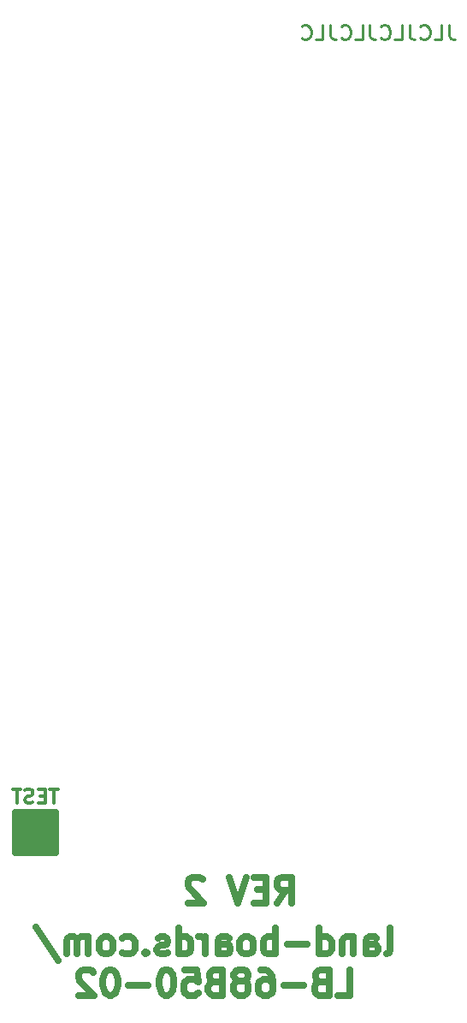
<source format=gbo>
G04 #@! TF.GenerationSoftware,KiCad,Pcbnew,8.0.4*
G04 #@! TF.CreationDate,2024-09-19T20:13:02-04:00*
G04 #@! TF.ProjectId,LB-68B50-02,4c422d36-3842-4353-902d-30322e6b6963,2*
G04 #@! TF.SameCoordinates,Original*
G04 #@! TF.FileFunction,Legend,Bot*
G04 #@! TF.FilePolarity,Positive*
%FSLAX46Y46*%
G04 Gerber Fmt 4.6, Leading zero omitted, Abs format (unit mm)*
G04 Created by KiCad (PCBNEW 8.0.4) date 2024-09-19 20:13:02*
%MOMM*%
%LPD*%
G01*
G04 APERTURE LIST*
%ADD10C,0.635000*%
%ADD11C,0.254000*%
%ADD12C,0.317500*%
%ADD13C,0.650000*%
G04 APERTURE END LIST*
D10*
X173457807Y-140321403D02*
X173699712Y-140200451D01*
X173699712Y-140200451D02*
X173820665Y-139958546D01*
X173820665Y-139958546D02*
X173820665Y-137781403D01*
X171401617Y-140321403D02*
X171401617Y-138990927D01*
X171401617Y-138990927D02*
X171522570Y-138749022D01*
X171522570Y-138749022D02*
X171764474Y-138628070D01*
X171764474Y-138628070D02*
X172248284Y-138628070D01*
X172248284Y-138628070D02*
X172490189Y-138749022D01*
X171401617Y-140200451D02*
X171643522Y-140321403D01*
X171643522Y-140321403D02*
X172248284Y-140321403D01*
X172248284Y-140321403D02*
X172490189Y-140200451D01*
X172490189Y-140200451D02*
X172611141Y-139958546D01*
X172611141Y-139958546D02*
X172611141Y-139716641D01*
X172611141Y-139716641D02*
X172490189Y-139474736D01*
X172490189Y-139474736D02*
X172248284Y-139353784D01*
X172248284Y-139353784D02*
X171643522Y-139353784D01*
X171643522Y-139353784D02*
X171401617Y-139232831D01*
X170192094Y-138628070D02*
X170192094Y-140321403D01*
X170192094Y-138869974D02*
X170071141Y-138749022D01*
X170071141Y-138749022D02*
X169829236Y-138628070D01*
X169829236Y-138628070D02*
X169466379Y-138628070D01*
X169466379Y-138628070D02*
X169224475Y-138749022D01*
X169224475Y-138749022D02*
X169103522Y-138990927D01*
X169103522Y-138990927D02*
X169103522Y-140321403D01*
X166805427Y-140321403D02*
X166805427Y-137781403D01*
X166805427Y-140200451D02*
X167047332Y-140321403D01*
X167047332Y-140321403D02*
X167531141Y-140321403D01*
X167531141Y-140321403D02*
X167773046Y-140200451D01*
X167773046Y-140200451D02*
X167893999Y-140079498D01*
X167893999Y-140079498D02*
X168014951Y-139837593D01*
X168014951Y-139837593D02*
X168014951Y-139111879D01*
X168014951Y-139111879D02*
X167893999Y-138869974D01*
X167893999Y-138869974D02*
X167773046Y-138749022D01*
X167773046Y-138749022D02*
X167531141Y-138628070D01*
X167531141Y-138628070D02*
X167047332Y-138628070D01*
X167047332Y-138628070D02*
X166805427Y-138749022D01*
X165595904Y-139353784D02*
X163660666Y-139353784D01*
X162451142Y-140321403D02*
X162451142Y-137781403D01*
X162451142Y-138749022D02*
X162209237Y-138628070D01*
X162209237Y-138628070D02*
X161725427Y-138628070D01*
X161725427Y-138628070D02*
X161483523Y-138749022D01*
X161483523Y-138749022D02*
X161362570Y-138869974D01*
X161362570Y-138869974D02*
X161241618Y-139111879D01*
X161241618Y-139111879D02*
X161241618Y-139837593D01*
X161241618Y-139837593D02*
X161362570Y-140079498D01*
X161362570Y-140079498D02*
X161483523Y-140200451D01*
X161483523Y-140200451D02*
X161725427Y-140321403D01*
X161725427Y-140321403D02*
X162209237Y-140321403D01*
X162209237Y-140321403D02*
X162451142Y-140200451D01*
X159790189Y-140321403D02*
X160032094Y-140200451D01*
X160032094Y-140200451D02*
X160153047Y-140079498D01*
X160153047Y-140079498D02*
X160273999Y-139837593D01*
X160273999Y-139837593D02*
X160273999Y-139111879D01*
X160273999Y-139111879D02*
X160153047Y-138869974D01*
X160153047Y-138869974D02*
X160032094Y-138749022D01*
X160032094Y-138749022D02*
X159790189Y-138628070D01*
X159790189Y-138628070D02*
X159427332Y-138628070D01*
X159427332Y-138628070D02*
X159185428Y-138749022D01*
X159185428Y-138749022D02*
X159064475Y-138869974D01*
X159064475Y-138869974D02*
X158943523Y-139111879D01*
X158943523Y-139111879D02*
X158943523Y-139837593D01*
X158943523Y-139837593D02*
X159064475Y-140079498D01*
X159064475Y-140079498D02*
X159185428Y-140200451D01*
X159185428Y-140200451D02*
X159427332Y-140321403D01*
X159427332Y-140321403D02*
X159790189Y-140321403D01*
X156766380Y-140321403D02*
X156766380Y-138990927D01*
X156766380Y-138990927D02*
X156887333Y-138749022D01*
X156887333Y-138749022D02*
X157129237Y-138628070D01*
X157129237Y-138628070D02*
X157613047Y-138628070D01*
X157613047Y-138628070D02*
X157854952Y-138749022D01*
X156766380Y-140200451D02*
X157008285Y-140321403D01*
X157008285Y-140321403D02*
X157613047Y-140321403D01*
X157613047Y-140321403D02*
X157854952Y-140200451D01*
X157854952Y-140200451D02*
X157975904Y-139958546D01*
X157975904Y-139958546D02*
X157975904Y-139716641D01*
X157975904Y-139716641D02*
X157854952Y-139474736D01*
X157854952Y-139474736D02*
X157613047Y-139353784D01*
X157613047Y-139353784D02*
X157008285Y-139353784D01*
X157008285Y-139353784D02*
X156766380Y-139232831D01*
X155556857Y-140321403D02*
X155556857Y-138628070D01*
X155556857Y-139111879D02*
X155435904Y-138869974D01*
X155435904Y-138869974D02*
X155314952Y-138749022D01*
X155314952Y-138749022D02*
X155073047Y-138628070D01*
X155073047Y-138628070D02*
X154831142Y-138628070D01*
X152895904Y-140321403D02*
X152895904Y-137781403D01*
X152895904Y-140200451D02*
X153137809Y-140321403D01*
X153137809Y-140321403D02*
X153621618Y-140321403D01*
X153621618Y-140321403D02*
X153863523Y-140200451D01*
X153863523Y-140200451D02*
X153984476Y-140079498D01*
X153984476Y-140079498D02*
X154105428Y-139837593D01*
X154105428Y-139837593D02*
X154105428Y-139111879D01*
X154105428Y-139111879D02*
X153984476Y-138869974D01*
X153984476Y-138869974D02*
X153863523Y-138749022D01*
X153863523Y-138749022D02*
X153621618Y-138628070D01*
X153621618Y-138628070D02*
X153137809Y-138628070D01*
X153137809Y-138628070D02*
X152895904Y-138749022D01*
X151807333Y-140200451D02*
X151565428Y-140321403D01*
X151565428Y-140321403D02*
X151081619Y-140321403D01*
X151081619Y-140321403D02*
X150839714Y-140200451D01*
X150839714Y-140200451D02*
X150718762Y-139958546D01*
X150718762Y-139958546D02*
X150718762Y-139837593D01*
X150718762Y-139837593D02*
X150839714Y-139595689D01*
X150839714Y-139595689D02*
X151081619Y-139474736D01*
X151081619Y-139474736D02*
X151444476Y-139474736D01*
X151444476Y-139474736D02*
X151686381Y-139353784D01*
X151686381Y-139353784D02*
X151807333Y-139111879D01*
X151807333Y-139111879D02*
X151807333Y-138990927D01*
X151807333Y-138990927D02*
X151686381Y-138749022D01*
X151686381Y-138749022D02*
X151444476Y-138628070D01*
X151444476Y-138628070D02*
X151081619Y-138628070D01*
X151081619Y-138628070D02*
X150839714Y-138749022D01*
X149630191Y-140079498D02*
X149509238Y-140200451D01*
X149509238Y-140200451D02*
X149630191Y-140321403D01*
X149630191Y-140321403D02*
X149751143Y-140200451D01*
X149751143Y-140200451D02*
X149630191Y-140079498D01*
X149630191Y-140079498D02*
X149630191Y-140321403D01*
X147332095Y-140200451D02*
X147574000Y-140321403D01*
X147574000Y-140321403D02*
X148057809Y-140321403D01*
X148057809Y-140321403D02*
X148299714Y-140200451D01*
X148299714Y-140200451D02*
X148420667Y-140079498D01*
X148420667Y-140079498D02*
X148541619Y-139837593D01*
X148541619Y-139837593D02*
X148541619Y-139111879D01*
X148541619Y-139111879D02*
X148420667Y-138869974D01*
X148420667Y-138869974D02*
X148299714Y-138749022D01*
X148299714Y-138749022D02*
X148057809Y-138628070D01*
X148057809Y-138628070D02*
X147574000Y-138628070D01*
X147574000Y-138628070D02*
X147332095Y-138749022D01*
X145880666Y-140321403D02*
X146122571Y-140200451D01*
X146122571Y-140200451D02*
X146243524Y-140079498D01*
X146243524Y-140079498D02*
X146364476Y-139837593D01*
X146364476Y-139837593D02*
X146364476Y-139111879D01*
X146364476Y-139111879D02*
X146243524Y-138869974D01*
X146243524Y-138869974D02*
X146122571Y-138749022D01*
X146122571Y-138749022D02*
X145880666Y-138628070D01*
X145880666Y-138628070D02*
X145517809Y-138628070D01*
X145517809Y-138628070D02*
X145275905Y-138749022D01*
X145275905Y-138749022D02*
X145154952Y-138869974D01*
X145154952Y-138869974D02*
X145034000Y-139111879D01*
X145034000Y-139111879D02*
X145034000Y-139837593D01*
X145034000Y-139837593D02*
X145154952Y-140079498D01*
X145154952Y-140079498D02*
X145275905Y-140200451D01*
X145275905Y-140200451D02*
X145517809Y-140321403D01*
X145517809Y-140321403D02*
X145880666Y-140321403D01*
X143945429Y-140321403D02*
X143945429Y-138628070D01*
X143945429Y-138869974D02*
X143824476Y-138749022D01*
X143824476Y-138749022D02*
X143582571Y-138628070D01*
X143582571Y-138628070D02*
X143219714Y-138628070D01*
X143219714Y-138628070D02*
X142977810Y-138749022D01*
X142977810Y-138749022D02*
X142856857Y-138990927D01*
X142856857Y-138990927D02*
X142856857Y-140321403D01*
X142856857Y-138990927D02*
X142735905Y-138749022D01*
X142735905Y-138749022D02*
X142494000Y-138628070D01*
X142494000Y-138628070D02*
X142131143Y-138628070D01*
X142131143Y-138628070D02*
X141889238Y-138749022D01*
X141889238Y-138749022D02*
X141768286Y-138990927D01*
X141768286Y-138990927D02*
X141768286Y-140321403D01*
X138744476Y-137660451D02*
X140921619Y-140926165D01*
X168619715Y-144410661D02*
X169829239Y-144410661D01*
X169829239Y-144410661D02*
X169829239Y-141870661D01*
X166926382Y-143080185D02*
X166563525Y-143201137D01*
X166563525Y-143201137D02*
X166442572Y-143322089D01*
X166442572Y-143322089D02*
X166321620Y-143563994D01*
X166321620Y-143563994D02*
X166321620Y-143926851D01*
X166321620Y-143926851D02*
X166442572Y-144168756D01*
X166442572Y-144168756D02*
X166563525Y-144289709D01*
X166563525Y-144289709D02*
X166805430Y-144410661D01*
X166805430Y-144410661D02*
X167773049Y-144410661D01*
X167773049Y-144410661D02*
X167773049Y-141870661D01*
X167773049Y-141870661D02*
X166926382Y-141870661D01*
X166926382Y-141870661D02*
X166684477Y-141991613D01*
X166684477Y-141991613D02*
X166563525Y-142112566D01*
X166563525Y-142112566D02*
X166442572Y-142354470D01*
X166442572Y-142354470D02*
X166442572Y-142596375D01*
X166442572Y-142596375D02*
X166563525Y-142838280D01*
X166563525Y-142838280D02*
X166684477Y-142959232D01*
X166684477Y-142959232D02*
X166926382Y-143080185D01*
X166926382Y-143080185D02*
X167773049Y-143080185D01*
X165233049Y-143443042D02*
X163297811Y-143443042D01*
X160999715Y-141870661D02*
X161483525Y-141870661D01*
X161483525Y-141870661D02*
X161725429Y-141991613D01*
X161725429Y-141991613D02*
X161846382Y-142112566D01*
X161846382Y-142112566D02*
X162088287Y-142475423D01*
X162088287Y-142475423D02*
X162209239Y-142959232D01*
X162209239Y-142959232D02*
X162209239Y-143926851D01*
X162209239Y-143926851D02*
X162088287Y-144168756D01*
X162088287Y-144168756D02*
X161967334Y-144289709D01*
X161967334Y-144289709D02*
X161725429Y-144410661D01*
X161725429Y-144410661D02*
X161241620Y-144410661D01*
X161241620Y-144410661D02*
X160999715Y-144289709D01*
X160999715Y-144289709D02*
X160878763Y-144168756D01*
X160878763Y-144168756D02*
X160757810Y-143926851D01*
X160757810Y-143926851D02*
X160757810Y-143322089D01*
X160757810Y-143322089D02*
X160878763Y-143080185D01*
X160878763Y-143080185D02*
X160999715Y-142959232D01*
X160999715Y-142959232D02*
X161241620Y-142838280D01*
X161241620Y-142838280D02*
X161725429Y-142838280D01*
X161725429Y-142838280D02*
X161967334Y-142959232D01*
X161967334Y-142959232D02*
X162088287Y-143080185D01*
X162088287Y-143080185D02*
X162209239Y-143322089D01*
X159306381Y-142959232D02*
X159548286Y-142838280D01*
X159548286Y-142838280D02*
X159669239Y-142717328D01*
X159669239Y-142717328D02*
X159790191Y-142475423D01*
X159790191Y-142475423D02*
X159790191Y-142354470D01*
X159790191Y-142354470D02*
X159669239Y-142112566D01*
X159669239Y-142112566D02*
X159548286Y-141991613D01*
X159548286Y-141991613D02*
X159306381Y-141870661D01*
X159306381Y-141870661D02*
X158822572Y-141870661D01*
X158822572Y-141870661D02*
X158580667Y-141991613D01*
X158580667Y-141991613D02*
X158459715Y-142112566D01*
X158459715Y-142112566D02*
X158338762Y-142354470D01*
X158338762Y-142354470D02*
X158338762Y-142475423D01*
X158338762Y-142475423D02*
X158459715Y-142717328D01*
X158459715Y-142717328D02*
X158580667Y-142838280D01*
X158580667Y-142838280D02*
X158822572Y-142959232D01*
X158822572Y-142959232D02*
X159306381Y-142959232D01*
X159306381Y-142959232D02*
X159548286Y-143080185D01*
X159548286Y-143080185D02*
X159669239Y-143201137D01*
X159669239Y-143201137D02*
X159790191Y-143443042D01*
X159790191Y-143443042D02*
X159790191Y-143926851D01*
X159790191Y-143926851D02*
X159669239Y-144168756D01*
X159669239Y-144168756D02*
X159548286Y-144289709D01*
X159548286Y-144289709D02*
X159306381Y-144410661D01*
X159306381Y-144410661D02*
X158822572Y-144410661D01*
X158822572Y-144410661D02*
X158580667Y-144289709D01*
X158580667Y-144289709D02*
X158459715Y-144168756D01*
X158459715Y-144168756D02*
X158338762Y-143926851D01*
X158338762Y-143926851D02*
X158338762Y-143443042D01*
X158338762Y-143443042D02*
X158459715Y-143201137D01*
X158459715Y-143201137D02*
X158580667Y-143080185D01*
X158580667Y-143080185D02*
X158822572Y-142959232D01*
X156403524Y-143080185D02*
X156040667Y-143201137D01*
X156040667Y-143201137D02*
X155919714Y-143322089D01*
X155919714Y-143322089D02*
X155798762Y-143563994D01*
X155798762Y-143563994D02*
X155798762Y-143926851D01*
X155798762Y-143926851D02*
X155919714Y-144168756D01*
X155919714Y-144168756D02*
X156040667Y-144289709D01*
X156040667Y-144289709D02*
X156282572Y-144410661D01*
X156282572Y-144410661D02*
X157250191Y-144410661D01*
X157250191Y-144410661D02*
X157250191Y-141870661D01*
X157250191Y-141870661D02*
X156403524Y-141870661D01*
X156403524Y-141870661D02*
X156161619Y-141991613D01*
X156161619Y-141991613D02*
X156040667Y-142112566D01*
X156040667Y-142112566D02*
X155919714Y-142354470D01*
X155919714Y-142354470D02*
X155919714Y-142596375D01*
X155919714Y-142596375D02*
X156040667Y-142838280D01*
X156040667Y-142838280D02*
X156161619Y-142959232D01*
X156161619Y-142959232D02*
X156403524Y-143080185D01*
X156403524Y-143080185D02*
X157250191Y-143080185D01*
X153500667Y-141870661D02*
X154710191Y-141870661D01*
X154710191Y-141870661D02*
X154831143Y-143080185D01*
X154831143Y-143080185D02*
X154710191Y-142959232D01*
X154710191Y-142959232D02*
X154468286Y-142838280D01*
X154468286Y-142838280D02*
X153863524Y-142838280D01*
X153863524Y-142838280D02*
X153621619Y-142959232D01*
X153621619Y-142959232D02*
X153500667Y-143080185D01*
X153500667Y-143080185D02*
X153379714Y-143322089D01*
X153379714Y-143322089D02*
X153379714Y-143926851D01*
X153379714Y-143926851D02*
X153500667Y-144168756D01*
X153500667Y-144168756D02*
X153621619Y-144289709D01*
X153621619Y-144289709D02*
X153863524Y-144410661D01*
X153863524Y-144410661D02*
X154468286Y-144410661D01*
X154468286Y-144410661D02*
X154710191Y-144289709D01*
X154710191Y-144289709D02*
X154831143Y-144168756D01*
X151807333Y-141870661D02*
X151565428Y-141870661D01*
X151565428Y-141870661D02*
X151323524Y-141991613D01*
X151323524Y-141991613D02*
X151202571Y-142112566D01*
X151202571Y-142112566D02*
X151081619Y-142354470D01*
X151081619Y-142354470D02*
X150960666Y-142838280D01*
X150960666Y-142838280D02*
X150960666Y-143443042D01*
X150960666Y-143443042D02*
X151081619Y-143926851D01*
X151081619Y-143926851D02*
X151202571Y-144168756D01*
X151202571Y-144168756D02*
X151323524Y-144289709D01*
X151323524Y-144289709D02*
X151565428Y-144410661D01*
X151565428Y-144410661D02*
X151807333Y-144410661D01*
X151807333Y-144410661D02*
X152049238Y-144289709D01*
X152049238Y-144289709D02*
X152170190Y-144168756D01*
X152170190Y-144168756D02*
X152291143Y-143926851D01*
X152291143Y-143926851D02*
X152412095Y-143443042D01*
X152412095Y-143443042D02*
X152412095Y-142838280D01*
X152412095Y-142838280D02*
X152291143Y-142354470D01*
X152291143Y-142354470D02*
X152170190Y-142112566D01*
X152170190Y-142112566D02*
X152049238Y-141991613D01*
X152049238Y-141991613D02*
X151807333Y-141870661D01*
X149872095Y-143443042D02*
X147936857Y-143443042D01*
X146243523Y-141870661D02*
X146001618Y-141870661D01*
X146001618Y-141870661D02*
X145759714Y-141991613D01*
X145759714Y-141991613D02*
X145638761Y-142112566D01*
X145638761Y-142112566D02*
X145517809Y-142354470D01*
X145517809Y-142354470D02*
X145396856Y-142838280D01*
X145396856Y-142838280D02*
X145396856Y-143443042D01*
X145396856Y-143443042D02*
X145517809Y-143926851D01*
X145517809Y-143926851D02*
X145638761Y-144168756D01*
X145638761Y-144168756D02*
X145759714Y-144289709D01*
X145759714Y-144289709D02*
X146001618Y-144410661D01*
X146001618Y-144410661D02*
X146243523Y-144410661D01*
X146243523Y-144410661D02*
X146485428Y-144289709D01*
X146485428Y-144289709D02*
X146606380Y-144168756D01*
X146606380Y-144168756D02*
X146727333Y-143926851D01*
X146727333Y-143926851D02*
X146848285Y-143443042D01*
X146848285Y-143443042D02*
X146848285Y-142838280D01*
X146848285Y-142838280D02*
X146727333Y-142354470D01*
X146727333Y-142354470D02*
X146606380Y-142112566D01*
X146606380Y-142112566D02*
X146485428Y-141991613D01*
X146485428Y-141991613D02*
X146243523Y-141870661D01*
X144429237Y-142112566D02*
X144308285Y-141991613D01*
X144308285Y-141991613D02*
X144066380Y-141870661D01*
X144066380Y-141870661D02*
X143461618Y-141870661D01*
X143461618Y-141870661D02*
X143219713Y-141991613D01*
X143219713Y-141991613D02*
X143098761Y-142112566D01*
X143098761Y-142112566D02*
X142977808Y-142354470D01*
X142977808Y-142354470D02*
X142977808Y-142596375D01*
X142977808Y-142596375D02*
X143098761Y-142959232D01*
X143098761Y-142959232D02*
X144550189Y-144410661D01*
X144550189Y-144410661D02*
X142977808Y-144410661D01*
X162632571Y-135254032D02*
X163479238Y-134044508D01*
X164084000Y-135254032D02*
X164084000Y-132714032D01*
X164084000Y-132714032D02*
X163116381Y-132714032D01*
X163116381Y-132714032D02*
X162874476Y-132834984D01*
X162874476Y-132834984D02*
X162753523Y-132955937D01*
X162753523Y-132955937D02*
X162632571Y-133197841D01*
X162632571Y-133197841D02*
X162632571Y-133560699D01*
X162632571Y-133560699D02*
X162753523Y-133802603D01*
X162753523Y-133802603D02*
X162874476Y-133923556D01*
X162874476Y-133923556D02*
X163116381Y-134044508D01*
X163116381Y-134044508D02*
X164084000Y-134044508D01*
X161544000Y-133923556D02*
X160697333Y-133923556D01*
X160334476Y-135254032D02*
X161544000Y-135254032D01*
X161544000Y-135254032D02*
X161544000Y-132714032D01*
X161544000Y-132714032D02*
X160334476Y-132714032D01*
X159608762Y-132714032D02*
X158762095Y-135254032D01*
X158762095Y-135254032D02*
X157915428Y-132714032D01*
X155254476Y-132955937D02*
X155133524Y-132834984D01*
X155133524Y-132834984D02*
X154891619Y-132714032D01*
X154891619Y-132714032D02*
X154286857Y-132714032D01*
X154286857Y-132714032D02*
X154044952Y-132834984D01*
X154044952Y-132834984D02*
X153924000Y-132955937D01*
X153924000Y-132955937D02*
X153803047Y-133197841D01*
X153803047Y-133197841D02*
X153803047Y-133439746D01*
X153803047Y-133439746D02*
X153924000Y-133802603D01*
X153924000Y-133802603D02*
X155375428Y-135254032D01*
X155375428Y-135254032D02*
X153803047Y-135254032D01*
D11*
X179628609Y-48456825D02*
X179628609Y-49454682D01*
X179628609Y-49454682D02*
X179701180Y-49654254D01*
X179701180Y-49654254D02*
X179846323Y-49787302D01*
X179846323Y-49787302D02*
X180064037Y-49853825D01*
X180064037Y-49853825D02*
X180209180Y-49853825D01*
X178177180Y-49853825D02*
X178902894Y-49853825D01*
X178902894Y-49853825D02*
X178902894Y-48456825D01*
X176798323Y-49720778D02*
X176870895Y-49787302D01*
X176870895Y-49787302D02*
X177088609Y-49853825D01*
X177088609Y-49853825D02*
X177233752Y-49853825D01*
X177233752Y-49853825D02*
X177451466Y-49787302D01*
X177451466Y-49787302D02*
X177596609Y-49654254D01*
X177596609Y-49654254D02*
X177669180Y-49521206D01*
X177669180Y-49521206D02*
X177741752Y-49255111D01*
X177741752Y-49255111D02*
X177741752Y-49055540D01*
X177741752Y-49055540D02*
X177669180Y-48789444D01*
X177669180Y-48789444D02*
X177596609Y-48656397D01*
X177596609Y-48656397D02*
X177451466Y-48523349D01*
X177451466Y-48523349D02*
X177233752Y-48456825D01*
X177233752Y-48456825D02*
X177088609Y-48456825D01*
X177088609Y-48456825D02*
X176870895Y-48523349D01*
X176870895Y-48523349D02*
X176798323Y-48589873D01*
X175709752Y-48456825D02*
X175709752Y-49454682D01*
X175709752Y-49454682D02*
X175782323Y-49654254D01*
X175782323Y-49654254D02*
X175927466Y-49787302D01*
X175927466Y-49787302D02*
X176145180Y-49853825D01*
X176145180Y-49853825D02*
X176290323Y-49853825D01*
X174258323Y-49853825D02*
X174984037Y-49853825D01*
X174984037Y-49853825D02*
X174984037Y-48456825D01*
X172879466Y-49720778D02*
X172952038Y-49787302D01*
X172952038Y-49787302D02*
X173169752Y-49853825D01*
X173169752Y-49853825D02*
X173314895Y-49853825D01*
X173314895Y-49853825D02*
X173532609Y-49787302D01*
X173532609Y-49787302D02*
X173677752Y-49654254D01*
X173677752Y-49654254D02*
X173750323Y-49521206D01*
X173750323Y-49521206D02*
X173822895Y-49255111D01*
X173822895Y-49255111D02*
X173822895Y-49055540D01*
X173822895Y-49055540D02*
X173750323Y-48789444D01*
X173750323Y-48789444D02*
X173677752Y-48656397D01*
X173677752Y-48656397D02*
X173532609Y-48523349D01*
X173532609Y-48523349D02*
X173314895Y-48456825D01*
X173314895Y-48456825D02*
X173169752Y-48456825D01*
X173169752Y-48456825D02*
X172952038Y-48523349D01*
X172952038Y-48523349D02*
X172879466Y-48589873D01*
X171790895Y-48456825D02*
X171790895Y-49454682D01*
X171790895Y-49454682D02*
X171863466Y-49654254D01*
X171863466Y-49654254D02*
X172008609Y-49787302D01*
X172008609Y-49787302D02*
X172226323Y-49853825D01*
X172226323Y-49853825D02*
X172371466Y-49853825D01*
X170339466Y-49853825D02*
X171065180Y-49853825D01*
X171065180Y-49853825D02*
X171065180Y-48456825D01*
X168960609Y-49720778D02*
X169033181Y-49787302D01*
X169033181Y-49787302D02*
X169250895Y-49853825D01*
X169250895Y-49853825D02*
X169396038Y-49853825D01*
X169396038Y-49853825D02*
X169613752Y-49787302D01*
X169613752Y-49787302D02*
X169758895Y-49654254D01*
X169758895Y-49654254D02*
X169831466Y-49521206D01*
X169831466Y-49521206D02*
X169904038Y-49255111D01*
X169904038Y-49255111D02*
X169904038Y-49055540D01*
X169904038Y-49055540D02*
X169831466Y-48789444D01*
X169831466Y-48789444D02*
X169758895Y-48656397D01*
X169758895Y-48656397D02*
X169613752Y-48523349D01*
X169613752Y-48523349D02*
X169396038Y-48456825D01*
X169396038Y-48456825D02*
X169250895Y-48456825D01*
X169250895Y-48456825D02*
X169033181Y-48523349D01*
X169033181Y-48523349D02*
X168960609Y-48589873D01*
X167872038Y-48456825D02*
X167872038Y-49454682D01*
X167872038Y-49454682D02*
X167944609Y-49654254D01*
X167944609Y-49654254D02*
X168089752Y-49787302D01*
X168089752Y-49787302D02*
X168307466Y-49853825D01*
X168307466Y-49853825D02*
X168452609Y-49853825D01*
X166420609Y-49853825D02*
X167146323Y-49853825D01*
X167146323Y-49853825D02*
X167146323Y-48456825D01*
X165041752Y-49720778D02*
X165114324Y-49787302D01*
X165114324Y-49787302D02*
X165332038Y-49853825D01*
X165332038Y-49853825D02*
X165477181Y-49853825D01*
X165477181Y-49853825D02*
X165694895Y-49787302D01*
X165694895Y-49787302D02*
X165840038Y-49654254D01*
X165840038Y-49654254D02*
X165912609Y-49521206D01*
X165912609Y-49521206D02*
X165985181Y-49255111D01*
X165985181Y-49255111D02*
X165985181Y-49055540D01*
X165985181Y-49055540D02*
X165912609Y-48789444D01*
X165912609Y-48789444D02*
X165840038Y-48656397D01*
X165840038Y-48656397D02*
X165694895Y-48523349D01*
X165694895Y-48523349D02*
X165477181Y-48456825D01*
X165477181Y-48456825D02*
X165332038Y-48456825D01*
X165332038Y-48456825D02*
X165114324Y-48523349D01*
X165114324Y-48523349D02*
X165041752Y-48589873D01*
D12*
X140912547Y-124002768D02*
X140114261Y-124002768D01*
X140513404Y-125399768D02*
X140513404Y-124002768D01*
X139648594Y-124668006D02*
X139182928Y-124668006D01*
X138983356Y-125399768D02*
X139648594Y-125399768D01*
X139648594Y-125399768D02*
X139648594Y-124002768D01*
X139648594Y-124002768D02*
X138983356Y-124002768D01*
X138451166Y-125333245D02*
X138251595Y-125399768D01*
X138251595Y-125399768D02*
X137918976Y-125399768D01*
X137918976Y-125399768D02*
X137785928Y-125333245D01*
X137785928Y-125333245D02*
X137719404Y-125266721D01*
X137719404Y-125266721D02*
X137652881Y-125133673D01*
X137652881Y-125133673D02*
X137652881Y-125000625D01*
X137652881Y-125000625D02*
X137719404Y-124867578D01*
X137719404Y-124867578D02*
X137785928Y-124801054D01*
X137785928Y-124801054D02*
X137918976Y-124734530D01*
X137918976Y-124734530D02*
X138185071Y-124668006D01*
X138185071Y-124668006D02*
X138318119Y-124601483D01*
X138318119Y-124601483D02*
X138384642Y-124534959D01*
X138384642Y-124534959D02*
X138451166Y-124401911D01*
X138451166Y-124401911D02*
X138451166Y-124268864D01*
X138451166Y-124268864D02*
X138384642Y-124135816D01*
X138384642Y-124135816D02*
X138318119Y-124069292D01*
X138318119Y-124069292D02*
X138185071Y-124002768D01*
X138185071Y-124002768D02*
X137852452Y-124002768D01*
X137852452Y-124002768D02*
X137652881Y-124069292D01*
X137253738Y-124002768D02*
X136455452Y-124002768D01*
X136854595Y-125399768D02*
X136854595Y-124002768D01*
D13*
X136684000Y-126270000D02*
X136684000Y-126770000D01*
X136684000Y-126270000D02*
X140684000Y-126270000D01*
X136684000Y-126770000D02*
X140684000Y-126770000D01*
X136684000Y-127270000D02*
X136684000Y-127770000D01*
X136684000Y-127770000D02*
X140684000Y-127770000D01*
X136684000Y-128270000D02*
X136684000Y-128770000D01*
X136684000Y-128770000D02*
X140184000Y-128770000D01*
X136684000Y-129270000D02*
X136684000Y-129770000D01*
X136684000Y-129770000D02*
X140684000Y-129770000D01*
X136684000Y-130270000D02*
X136684000Y-126270000D01*
X140184000Y-128770000D02*
X140684000Y-128770000D01*
X140684000Y-126270000D02*
X140684000Y-130270000D01*
X140684000Y-126770000D02*
X140684000Y-127270000D01*
X140684000Y-127270000D02*
X136684000Y-127270000D01*
X140684000Y-127770000D02*
X140684000Y-128270000D01*
X140684000Y-128270000D02*
X136684000Y-128270000D01*
X140684000Y-128770000D02*
X140684000Y-129270000D01*
X140684000Y-129270000D02*
X136684000Y-129270000D01*
X140684000Y-130270000D02*
X136684000Y-130270000D01*
M02*

</source>
